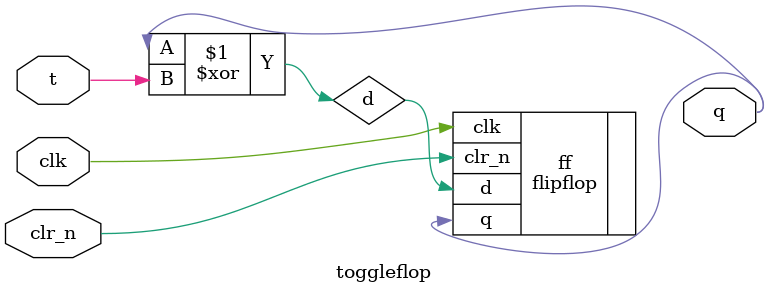
<source format=v>
`timescale 1ns / 1ps

module toggleflop(
    input clk,
    input clr_n,
    input t,
    output q
);

assign d = q ^ t;

// d flipflop with async clear instantiation
flipflop ff(
    .clr_n (clr_n),
    .clk (clk),
    .d (d),
    .q (q)
);

endmodule
</source>
